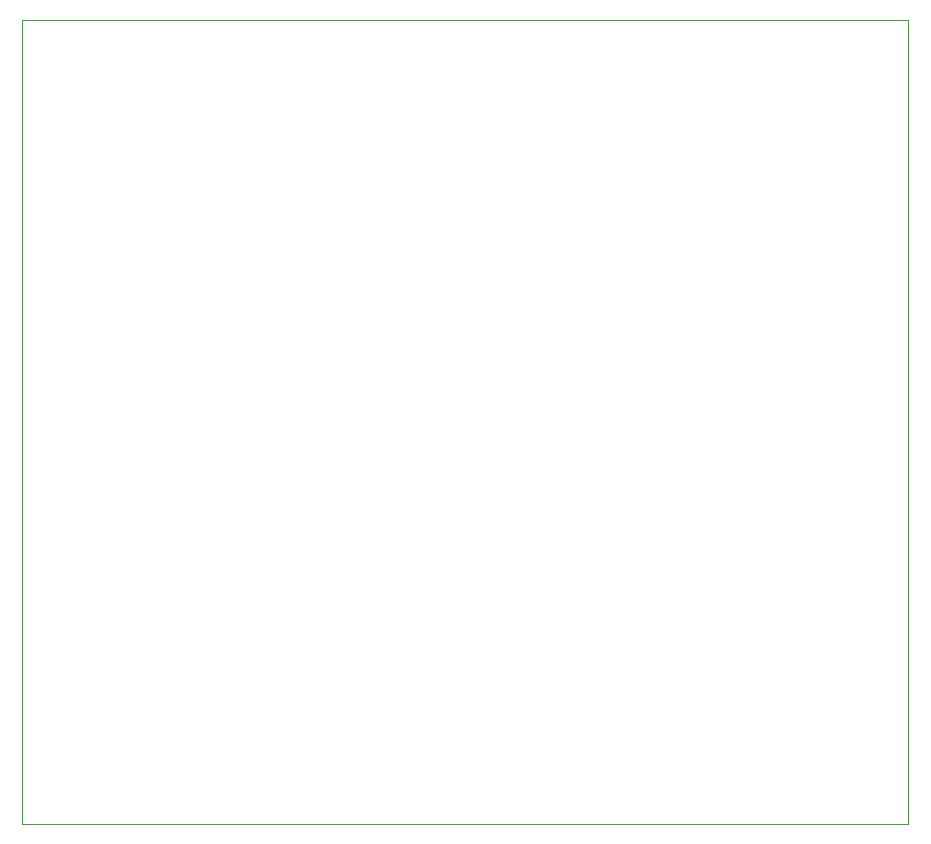
<source format=gbr>
G04 #@! TF.GenerationSoftware,KiCad,Pcbnew,5.1.4-e60b266~84~ubuntu18.04.1*
G04 #@! TF.CreationDate,2019-08-08T16:59:36+02:00*
G04 #@! TF.ProjectId,ESP-Multiio,4553502d-4d75-46c7-9469-696f2e6b6963,rev?*
G04 #@! TF.SameCoordinates,Original*
G04 #@! TF.FileFunction,Profile,NP*
%FSLAX46Y46*%
G04 Gerber Fmt 4.6, Leading zero omitted, Abs format (unit mm)*
G04 Created by KiCad (PCBNEW 5.1.4-e60b266~84~ubuntu18.04.1) date 2019-08-08 16:59:36*
%MOMM*%
%LPD*%
G04 APERTURE LIST*
%ADD10C,0.050000*%
G04 APERTURE END LIST*
D10*
X152000000Y-95000000D02*
X77000000Y-95000000D01*
X152000000Y-27000000D02*
X152000000Y-95000000D01*
X77000000Y-27000000D02*
X152000000Y-27000000D01*
X77000000Y-27000000D02*
X77000000Y-95000000D01*
M02*

</source>
